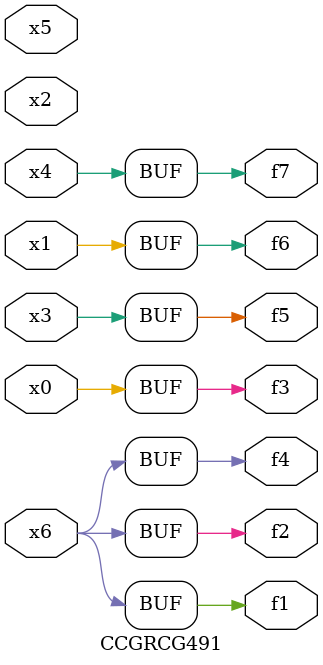
<source format=v>
module CCGRCG491(
	input x0, x1, x2, x3, x4, x5, x6,
	output f1, f2, f3, f4, f5, f6, f7
);
	assign f1 = x6;
	assign f2 = x6;
	assign f3 = x0;
	assign f4 = x6;
	assign f5 = x3;
	assign f6 = x1;
	assign f7 = x4;
endmodule

</source>
